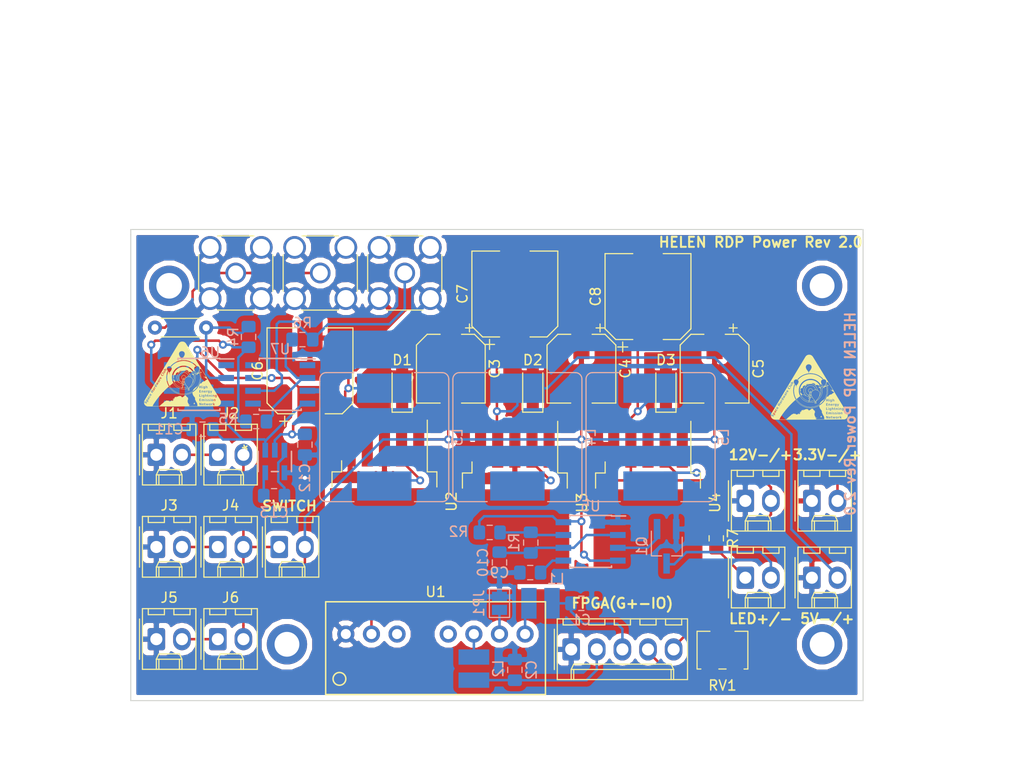
<source format=kicad_pcb>
(kicad_pcb (version 20171130) (host pcbnew 5.1.0)
  (title_block (title "Radiation Detection Payload Power PCB") (date 2019-02-04) (rev 2) (company "SHC - HELEN") (comment 1 "Designed by Cory Wolfe"))
  (layers (0 F.Cu signal) (31 B.Cu signal) (34 B.Paste user) (35 F.Paste user) (36 B.SilkS user) (37 F.SilkS user) (38 B.Mask user) (39 F.Mask user) (44 Edge.Cuts user))
  (net 0 "")
  (net 1 /-15V)
  (net 2 GND)
  (net 3 /+15V)
  (net 4 /POWR)
  (net 5 /+3.3V)
  (net 6 /+5V)
  (net 7 /+12V)
  (net 8 "Net-(C9-Pad1)")
  (net 9 /THR)
  (net 10 "Net-(D1-Pad1)")
  (net 11 "Net-(D2-Pad1)")
  (net 12 "Net-(D3-Pad1)")
  (net 13 "Net-(J1-Pad2)")
  (net 14 +BATT)
  (net 15 "Net-(J3-Pad2)")
  (net 16 "Net-(J5-Pad2)")
  (net 17 /C_in)
  (net 18 /C_out)
  (net 19 /FAA_GND)
  (net 20 "Net-(JP1-Pad1)")
  (net 21 "Net-(L1-Pad1)")
  (net 22 "Net-(L2-Pad1)")
  (net 23 /FAA_SIG)
  (net 24 "Net-(R1-Pad1)")
  (net 25 "Net-(U1-Pad3)")
  (net 26 "Net-(U1-Pad5)")
  (net 27 /ADC1)
  (net 28 /ADC2)
  (net 29 "Net-(R3-Pad1)")
  (net 30 "Net-(R4-Pad1)")
  (net 31 "Net-(R5-Pad1)")
  (net 32 "Net-(J11-Pad1)")
  (net 33 "Net-(U6-Pad8)")
  (net 34 "Net-(U6-Pad5)")
  (net 35 "Net-(U6-Pad1)")
  (net 36 "Net-(U7-Pad1)")
  (net 37 "Net-(U7-Pad5)")
  (net 38 "Net-(U7-Pad8)")
  (net 39 /-3.3V)
  (net 40 "Net-(C13-Pad1)")
  (net 41 "Net-(C13-Pad2)")
  (module rdplibs:HELENlogo_large (layer F.Cu) (at 88.95 59.4)
    (fp_text reference G*** hide)
    (fp_text value LOGO hide)
  )
  (module Capacitor_SMD:C_0805_2012Metric_Pad1.15x1.40mm_HandSolder (layer B.Cu) (at 128.515 82.296)
    (fp_text reference C1 (at 0 1.65) (layer B.SilkS) (effects (justify mirror)))
    (fp_text value "1 uF")
    (pad 1 smd roundrect (at -1.025 0) (size 1.15 1.4) (layers B.Cu B.Paste B.Mask) (roundrect_rratio 0.217391) (net 1 /-15V))
    (pad 2 smd roundrect (at 1.025 0) (size 1.15 1.4) (layers B.Cu B.Paste B.Mask) (roundrect_rratio 0.217391) (net 2 GND))
  )
  (module Capacitor_SMD:C_0805_2012Metric_Pad1.15x1.40mm_HandSolder (layer B.Cu) (at 121.92 88.9 90)
    (fp_text reference C2 (at 0 1.65 90) (layer B.SilkS) (effects (justify mirror)))
    (fp_text value "1 uF")
    (pad 1 smd roundrect (at -1.025 0 90) (size 1.15 1.4) (layers B.Cu B.Paste B.Mask) (roundrect_rratio 0.217391) (net 3 /+15V))
    (pad 2 smd roundrect (at 1.025 0 90) (size 1.15 1.4) (layers B.Cu B.Paste B.Mask) (roundrect_rratio 0.217391) (net 2 GND))
  )
  (module Capacitor_SMD:C_0805_2012Metric_Pad1.15x1.40mm_HandSolder (layer B.Cu) (at 123.444 79.248 180)
    (fp_text reference C9 (at 3.048 0 180) (layer B.SilkS) (effects (justify mirror)))
    (fp_text value ".01 uF")
    (pad 2 smd roundrect (at 1.025 0 180) (size 1.15 1.4) (layers B.Cu B.Paste B.Mask) (roundrect_rratio 0.217391) (net 2 GND))
    (pad 1 smd roundrect (at -1.025 0 180) (size 1.15 1.4) (layers B.Cu B.Paste B.Mask) (roundrect_rratio 0.217391) (net 8 "Net-(C9-Pad1)"))
  )
  (module Capacitor_SMD:C_0805_2012Metric_Pad1.15x1.40mm_HandSolder (layer B.Cu) (at 120.396 78.241 270)
    (fp_text reference C10 (at 0 1.65 270) (layer B.SilkS) (effects (justify mirror)))
    (fp_text value "47 uF")
    (pad 2 smd roundrect (at 1.025 0 270) (size 1.15 1.4) (layers B.Cu B.Paste B.Mask) (roundrect_rratio 0.217391) (net 2 GND))
    (pad 1 smd roundrect (at -1.025 0 270) (size 1.15 1.4) (layers B.Cu B.Paste B.Mask) (roundrect_rratio 0.217391) (net 9 /THR))
  )
  (module Connector_Molex:Molex_KK-254_AE-6410-02A_1x02_P2.54mm_Vertical (layer F.Cu) (at 86.36 67.564)
    (fp_text reference J1 (at 1.27 -4.12) (layer F.SilkS))
    (fp_text value Conn_01x02_Male)
    (pad 1 thru_hole roundrect (at 0 0) (size 1.74 2.2) (drill 1.2) (layers *.Cu *.Mask) (roundrect_rratio 0.143678) (net 2 GND))
    (pad 2 thru_hole oval (at 2.54 0) (size 1.74 2.2) (drill 1.2) (layers *.Cu *.Mask) (net 13 "Net-(J1-Pad2)"))
  )
  (module Connector_Molex:Molex_KK-254_AE-6410-02A_1x02_P2.54mm_Vertical (layer F.Cu) (at 92.456 67.564)
    (fp_text reference J2 (at 1.27 -4.12) (layer F.SilkS))
    (fp_text value Conn_01x02_Male)
    (pad 1 thru_hole roundrect (at 0 0) (size 1.74 2.2) (drill 1.2) (layers *.Cu *.Mask) (roundrect_rratio 0.143678) (net 13 "Net-(J1-Pad2)"))
    (pad 2 thru_hole oval (at 2.54 0) (size 1.74 2.2) (drill 1.2) (layers *.Cu *.Mask) (net 14 +BATT))
  )
  (module Connector_Molex:Molex_KK-254_AE-6410-02A_1x02_P2.54mm_Vertical (layer F.Cu) (at 86.36 76.708)
    (fp_text reference J3 (at 1.27 -4.12) (layer F.SilkS))
    (fp_text value Conn_01x02_Male)
    (pad 2 thru_hole oval (at 2.54 0) (size 1.74 2.2) (drill 1.2) (layers *.Cu *.Mask) (net 15 "Net-(J3-Pad2)"))
    (pad 1 thru_hole roundrect (at 0 0) (size 1.74 2.2) (drill 1.2) (layers *.Cu *.Mask) (roundrect_rratio 0.143678) (net 2 GND))
  )
  (module Connector_Molex:Molex_KK-254_AE-6410-02A_1x02_P2.54mm_Vertical (layer F.Cu) (at 92.456 76.708)
    (fp_text reference J4 (at 1.27 -4.12) (layer F.SilkS))
    (fp_text value Conn_01x02_Male)
    (pad 1 thru_hole roundrect (at 0 0) (size 1.74 2.2) (drill 1.2) (layers *.Cu *.Mask) (roundrect_rratio 0.143678) (net 15 "Net-(J3-Pad2)"))
    (pad 2 thru_hole oval (at 2.54 0) (size 1.74 2.2) (drill 1.2) (layers *.Cu *.Mask) (net 14 +BATT))
  )
  (module Connector_Molex:Molex_KK-254_AE-6410-02A_1x02_P2.54mm_Vertical (layer F.Cu) (at 86.36 85.852)
    (fp_text reference J5 (at 1.27 -4.12) (layer F.SilkS))
    (fp_text value Conn_01x02_Male)
    (pad 2 thru_hole oval (at 2.54 0) (size 1.74 2.2) (drill 1.2) (layers *.Cu *.Mask) (net 16 "Net-(J5-Pad2)"))
    (pad 1 thru_hole roundrect (at 0 0) (size 1.74 2.2) (drill 1.2) (layers *.Cu *.Mask) (roundrect_rratio 0.143678) (net 2 GND))
  )
  (module Connector_Molex:Molex_KK-254_AE-6410-02A_1x02_P2.54mm_Vertical (layer F.Cu) (at 92.456 85.852)
    (fp_text reference J6 (at 1.27 -4.12) (layer F.SilkS))
    (fp_text value Conn_01x02_Male)
    (pad 2 thru_hole oval (at 2.54 0) (size 1.74 2.2) (drill 1.2) (layers *.Cu *.Mask) (net 14 +BATT))
    (pad 1 thru_hole roundrect (at 0 0) (size 1.74 2.2) (drill 1.2) (layers *.Cu *.Mask) (roundrect_rratio 0.143678) (net 16 "Net-(J5-Pad2)"))
  )
  (module Connector_Molex:Molex_KK-254_AE-6410-02A_1x02_P2.54mm_Vertical (layer F.Cu) (at 151.384 72.136)
    (fp_text reference J7 hide)
    (fp_text value 3.3V)
    (pad 2 thru_hole oval (at 2.54 0) (size 1.74 2.2) (drill 1.2) (layers *.Cu *.Mask) (net 5 /+3.3V))
    (pad 1 thru_hole roundrect (at 0 0) (size 1.74 2.2) (drill 1.2) (layers *.Cu *.Mask) (roundrect_rratio 0.143678) (net 2 GND))
  )
  (module Connector_Molex:Molex_KK-254_AE-6410-02A_1x02_P2.54mm_Vertical (layer F.Cu) (at 151.384 79.756)
    (fp_text reference J8 hide)
    (fp_text value 5V)
    (pad 1 thru_hole roundrect (at 0 0) (size 1.74 2.2) (drill 1.2) (layers *.Cu *.Mask) (roundrect_rratio 0.143678) (net 2 GND))
    (pad 2 thru_hole oval (at 2.54 0) (size 1.74 2.2) (drill 1.2) (layers *.Cu *.Mask) (net 6 /+5V))
  )
  (module Connector_Molex:Molex_KK-254_AE-6410-02A_1x02_P2.54mm_Vertical (layer F.Cu) (at 144.78 72.136)
    (fp_text reference J9 hide)
    (fp_text value 12V)
    (pad 1 thru_hole roundrect (at 0 0) (size 1.74 2.2) (drill 1.2) (layers *.Cu *.Mask) (roundrect_rratio 0.143678) (net 2 GND))
    (pad 2 thru_hole oval (at 2.54 0) (size 1.74 2.2) (drill 1.2) (layers *.Cu *.Mask) (net 7 /+12V))
  )
  (module Connector_Molex:Molex_KK-254_AE-6410-05A_1x05_P2.54mm_Vertical (layer F.Cu) (at 127.508 86.868)
    (fp_text reference J10 hide)
    (fp_text value SOCKET)
    (pad 1 thru_hole roundrect (at 0 0) (size 1.74 2.2) (drill 1.2) (layers *.Cu *.Mask) (roundrect_rratio 0.143678) (net 2 GND))
    (pad 2 thru_hole oval (at 2.54 0) (size 1.74 2.2) (drill 1.2) (layers *.Cu *.Mask) (net 3 /+15V))
    (pad 3 thru_hole oval (at 5.08 0) (size 1.74 2.2) (drill 1.2) (layers *.Cu *.Mask) (net 1 /-15V))
    (pad 4 thru_hole oval (at 7.62 0) (size 1.74 2.2) (drill 1.2) (layers *.Cu *.Mask) (net 17 /C_in))
    (pad 5 thru_hole oval (at 10.16 0) (size 1.74 2.2) (drill 1.2) (layers *.Cu *.Mask) (net 18 /C_out))
  )
  (module Connector_Molex:Molex_KK-254_AE-6410-02A_1x02_P2.54mm_Vertical (layer F.Cu) (at 144.78 79.756)
    (fp_text reference J11 hide)
    (fp_text value "FAA LED")
    (pad 1 thru_hole roundrect (at 0 0) (size 1.74 2.2) (drill 1.2) (layers *.Cu *.Mask) (roundrect_rratio 0.143678) (net 32 "Net-(J11-Pad1)"))
    (pad 2 thru_hole oval (at 2.54 0) (size 1.74 2.2) (drill 1.2) (layers *.Cu *.Mask) (net 19 /FAA_GND))
  )
  (module Connector_Molex:Molex_KK-254_AE-6410-02A_1x02_P2.54mm_Vertical (layer F.Cu) (at 98.552 76.708)
    (fp_text reference J12 hide)
    (fp_text value Switch)
    (pad 2 thru_hole oval (at 2.54 0) (size 1.74 2.2) (drill 1.2) (layers *.Cu *.Mask) (net 4 /POWR))
    (pad 1 thru_hole roundrect (at 0 0) (size 1.74 2.2) (drill 1.2) (layers *.Cu *.Mask) (roundrect_rratio 0.143678) (net 14 +BATT))
  )
  (module Jumper:SolderJumper-2_P1.3mm_Open_Pad1.0x1.5mm (layer B.Cu) (at 120.396 82.296 90)
    (fp_text reference JP1 (at 0 -2.032 90) (layer B.SilkS) (effects (justify mirror)))
    (fp_text value Jumper)
    (pad 2 smd rect (at 0.65 0 90) (size 1 1.5) (layers B.Cu B.Mask) (net 2 GND))
    (pad 1 smd rect (at -0.65 0 90) (size 1 1.5) (layers B.Cu B.Mask) (net 20 "Net-(JP1-Pad1)"))
  )
  (module "rdplibs:Murata 8200" (layer B.Cu) (at 124.46 82.296)
    (fp_text reference L1 (at 1.524 -2.413) (layer B.SilkS) (effects (justify mirror)))
    (fp_text value "47 uH")
    (pad 2 smd rect (at 1.145 0) (size 1.52 3.05) (layers B.Cu B.Paste B.Mask) (net 1 /-15V))
    (pad 1 smd rect (at -1.145 0) (size 1.52 3.05) (layers B.Cu B.Paste B.Mask) (net 21 "Net-(L1-Pad1)"))
  )
  (module "rdplibs:Murata 8200" (layer B.Cu) (at 117.856 88.771 270)
    (fp_text reference L2 (at 0 -2.413 270) (layer B.SilkS) (effects (justify mirror)))
    (fp_text value "47 uH")
    (pad 1 smd rect (at -1.145 0 270) (size 1.52 3.05) (layers B.Cu B.Paste B.Mask) (net 22 "Net-(L2-Pad1)"))
    (pad 2 smd rect (at 1.145 0 270) (size 1.52 3.05) (layers B.Cu B.Paste B.Mask) (net 3 /+15V))
  )
  (module Package_TO_SOT_SMD:TSOT-23_HandSoldering (layer B.Cu) (at 136.972 76.64 270)
    (fp_text reference Q1 (at 0 2.45 270) (layer B.SilkS) (effects (justify mirror)))
    (fp_text value NTR4003NT1G)
    (pad 1 smd rect (at -1.71 0.95 270) (size 2 0.65) (layers B.Cu B.Paste B.Mask) (net 23 /FAA_SIG))
    (pad 2 smd rect (at -1.71 -0.95 270) (size 2 0.65) (layers B.Cu B.Paste B.Mask) (net 2 GND))
    (pad 3 smd rect (at 1.71 0 270) (size 2 0.65) (layers B.Cu B.Paste B.Mask) (net 19 /FAA_GND))
  )
  (module Resistor_SMD:R_0805_2012Metric_Pad1.15x1.40mm_HandSolder (layer B.Cu) (at 123.497448 76.273319 270)
    (fp_text reference R1 (at 0 1.65 270) (layer B.SilkS) (effects (justify mirror)))
    (fp_text value 3k)
    (pad 1 smd roundrect (at -1.025 0 270) (size 1.15 1.4) (layers B.Cu B.Paste B.Mask) (roundrect_rratio 0.217391) (net 24 "Net-(R1-Pad1)"))
    (pad 2 smd roundrect (at 1.025 0 270) (size 1.15 1.4) (layers B.Cu B.Paste B.Mask) (roundrect_rratio 0.217391) (net 9 /THR))
  )
  (module Resistor_SMD:R_0805_2012Metric_Pad1.15x1.40mm_HandSolder (layer B.Cu) (at 119.424448 75.266319)
    (fp_text reference R2 (at -3.092448 -0.082319) (layer B.SilkS) (effects (justify mirror)))
    (fp_text value 24k)
    (pad 2 smd roundrect (at 1.025 0) (size 1.15 1.4) (layers B.Cu B.Paste B.Mask) (roundrect_rratio 0.217391) (net 24 "Net-(R1-Pad1)"))
    (pad 1 smd roundrect (at -1.025 0) (size 1.15 1.4) (layers B.Cu B.Paste B.Mask) (roundrect_rratio 0.217391) (net 7 /+12V))
  )
  (module Potentiometer_SMD:Potentiometer_Bourns_3214W_Vertical (layer F.Cu) (at 142.514 86.942 180)
    (fp_text reference RV1 (at 0 -3.5 180) (layer F.SilkS))
    (fp_text value R_POT)
    (pad 1 smd rect (at 1.25 -1.45 180) (size 1.3 1.6) (layers F.Cu F.Paste F.Mask) (net 17 /C_in))
    (pad 2 smd rect (at 0 1.45 180) (size 2 1.6) (layers F.Cu F.Paste F.Mask) (net 18 /C_out))
    (pad 3 smd rect (at -1.25 -1.45 180) (size 1.3 1.6) (layers F.Cu F.Paste F.Mask) (net 2 GND))
  )
  (module PowerRDP:Recom_RS3 (layer F.Cu) (at 114.056 86.744)
    (fp_text reference U1 (at 0 -5.588) (layer F.SilkS))
    (fp_text value Recom_RS3)
    (pad 1 thru_hole circle (at -8.9 -1.4) (size 1.7 1.7) (drill 1) (layers *.Cu *.Mask) (net 2 GND))
    (pad 2 thru_hole circle (at -6.36 -1.4) (size 1.7 1.7) (drill 1) (layers *.Cu *.Mask) (net 4 /POWR))
    (pad 3 thru_hole circle (at -3.82 -1.4) (size 1.7 1.7) (drill 1) (layers *.Cu *.Mask) (net 25 "Net-(U1-Pad3)"))
    (pad 5 thru_hole circle (at 1.26 -1.4) (size 1.7 1.7) (drill 1) (layers *.Cu *.Mask) (net 26 "Net-(U1-Pad5)"))
    (pad 6 thru_hole circle (at 3.8 -1.4) (size 1.7 1.7) (drill 1) (layers *.Cu *.Mask) (net 22 "Net-(L2-Pad1)"))
    (pad 7 thru_hole circle (at 6.34 -1.4) (size 1.7 1.7) (drill 1) (layers *.Cu *.Mask) (net 20 "Net-(JP1-Pad1)"))
    (pad 8 thru_hole circle (at 8.88 -1.4) (size 1.7 1.7) (drill 1) (layers *.Cu *.Mask) (net 21 "Net-(L1-Pad1)"))
  )
  (module Package_TO_SOT_SMD:TO-263-5_TabPin3 (layer F.Cu) (at 108.985 72.202 270)
    (fp_text reference U2 (at 0 -6.65 270) (layer F.SilkS))
    (fp_text value LM2575-3.3BU)
    (pad 3 smd rect (at 3.375 0 270) (size 9.4 10.8) (layers F.Cu F.Mask) (net 2 GND))
    (pad 5 smd rect (at -5.775 3.4 270) (size 4.6 1.1) (layers F.Cu F.Paste F.Mask) (net 2 GND))
    (pad 4 smd rect (at -5.775 1.7 270) (size 4.6 1.1) (layers F.Cu F.Paste F.Mask) (net 5 /+3.3V))
    (pad 3 smd rect (at -5.775 0 270) (size 4.6 1.1) (layers F.Cu F.Paste F.Mask) (net 2 GND))
    (pad 2 smd rect (at -5.775 -1.7 270) (size 4.6 1.1) (layers F.Cu F.Paste F.Mask) (net 10 "Net-(D1-Pad1)"))
    (pad 1 smd rect (at -5.775 -3.4 270) (size 4.6 1.1) (layers F.Cu F.Paste F.Mask) (net 4 /POWR))
  )
  (module Package_TO_SOT_SMD:TO-263-5_TabPin3 (layer F.Cu) (at 121.92 72.317 270)
    (fp_text reference U3 (at 0 -6.65 270) (layer F.SilkS))
    (fp_text value LM2575-5.0BU)
    (pad 1 smd rect (at -5.775 -3.4 270) (size 4.6 1.1) (layers F.Cu F.Paste F.Mask) (net 4 /POWR))
    (pad 2 smd rect (at -5.775 -1.7 270) (size 4.6 1.1) (layers F.Cu F.Paste F.Mask) (net 11 "Net-(D2-Pad1)"))
    (pad 3 smd rect (at -5.775 0 270) (size 4.6 1.1) (layers F.Cu F.Paste F.Mask) (net 2 GND))
    (pad 4 smd rect (at -5.775 1.7 270) (size 4.6 1.1) (layers F.Cu F.Paste F.Mask) (net 6 /+5V))
    (pad 5 smd rect (at -5.775 3.4 270) (size 4.6 1.1) (layers F.Cu F.Paste F.Mask) (net 2 GND))
    (pad 3 smd rect (at 3.375 0 270) (size 9.4 10.8) (layers F.Cu F.Mask) (net 2 GND))
  )
  (module Package_TO_SOT_SMD:TO-263-5_TabPin3 (layer F.Cu) (at 135.128 72.317 270)
    (fp_text reference U4 (at 0 -6.65 270) (layer F.SilkS))
    (fp_text value LM2575-12BU)
    (pad 1 smd rect (at -5.775 -3.4 270) (size 4.6 1.1) (layers F.Cu F.Paste F.Mask) (net 4 /POWR))
    (pad 2 smd rect (at -5.775 -1.7 270) (size 4.6 1.1) (layers F.Cu F.Paste F.Mask) (net 12 "Net-(D3-Pad1)"))
    (pad 3 smd rect (at -5.775 0 270) (size 4.6 1.1) (layers F.Cu F.Paste F.Mask) (net 2 GND))
    (pad 4 smd rect (at -5.775 1.7 270) (size 4.6 1.1) (layers F.Cu F.Paste F.Mask) (net 7 /+12V))
    (pad 5 smd rect (at -5.775 3.4 270) (size 4.6 1.1) (layers F.Cu F.Paste F.Mask) (net 2 GND))
    (pad 3 smd rect (at 3.375 0 270) (size 9.4 10.8) (layers F.Cu F.Mask) (net 2 GND))
  )
  (module Package_SO:SOIC-8_3.9x4.9mm_P1.27mm (layer B.Cu) (at 129.433448 76.155319 180)
    (fp_text reference U5 (at 0 3.5 180) (layer B.SilkS) (effects (justify mirror)))
    (fp_text value TS555)
    (pad 1 smd rect (at -2.7 1.905 180) (size 1.55 0.6) (layers B.Cu B.Paste B.Mask) (net 2 GND))
    (pad 2 smd rect (at -2.7 0.635 180) (size 1.55 0.6) (layers B.Cu B.Paste B.Mask) (net 9 /THR))
    (pad 3 smd rect (at -2.7 -0.635 180) (size 1.55 0.6) (layers B.Cu B.Paste B.Mask) (net 23 /FAA_SIG))
    (pad 4 smd rect (at -2.7 -1.905 180) (size 1.55 0.6) (layers B.Cu B.Paste B.Mask) (net 7 /+12V))
    (pad 5 smd rect (at 2.7 -1.905 180) (size 1.55 0.6) (layers B.Cu B.Paste B.Mask) (net 8 "Net-(C9-Pad1)"))
    (pad 6 smd rect (at 2.7 -0.635 180) (size 1.55 0.6) (layers B.Cu B.Paste B.Mask) (net 9 /THR))
    (pad 7 smd rect (at 2.7 0.635 180) (size 1.55 0.6) (layers B.Cu B.Paste B.Mask) (net 24 "Net-(R1-Pad1)"))
    (pad 8 smd rect (at 2.7 1.905 180) (size 1.55 0.6) (layers B.Cu B.Paste B.Mask) (net 7 /+12V))
  )
  (module rdplibs:HELENlogo_large (layer F.Cu) (at 151.13 60.706)
    (fp_text reference G*** hide)
    (fp_text value LOGO hide)
  )
  (module Diode_SMD:D_SOD-123 (layer F.Cu) (at 110.744 61.088 90)
    (fp_text reference D1 (at 2.922 0 180) (layer F.SilkS))
    (fp_text value 1N5819)
    (pad 1 smd rect (at -1.65 0 90) (size 0.9 1.2) (layers F.Cu F.Paste F.Mask) (net 10 "Net-(D1-Pad1)"))
    (pad 2 smd rect (at 1.65 0 90) (size 0.9 1.2) (layers F.Cu F.Paste F.Mask) (net 2 GND))
  )
  (module Diode_SMD:D_SOD-123 (layer F.Cu) (at 123.698 61.086 90)
    (fp_text reference D2 (at 2.92 0 180) (layer F.SilkS))
    (fp_text value 1N5819)
    (pad 2 smd rect (at 1.65 0 90) (size 0.9 1.2) (layers F.Cu F.Paste F.Mask) (net 2 GND))
    (pad 1 smd rect (at -1.65 0 90) (size 0.9 1.2) (layers F.Cu F.Paste F.Mask) (net 11 "Net-(D2-Pad1)"))
  )
  (module Diode_SMD:D_SOD-123 (layer F.Cu) (at 136.906 61.088 90)
    (fp_text reference D3 (at 2.92 0 180) (layer F.SilkS))
    (fp_text value 1N5819)
    (pad 1 smd rect (at -1.65 0 90) (size 0.9 1.2) (layers F.Cu F.Paste F.Mask) (net 12 "Net-(D3-Pad1)"))
    (pad 2 smd rect (at 1.65 0 90) (size 0.9 1.2) (layers F.Cu F.Paste F.Mask) (net 2 GND))
  )
  (module Capacitor_SMD:CP_Elec_6.3x7.7 (layer F.Cu) (at 115.57 59.022 270)
    (fp_text reference C3 (at 0 -4.35 270) (layer F.SilkS))
    (fp_text value 100uF)
    (pad 2 smd rect (at 2.7 0 270) (size 3.5 1.6) (layers F.Cu F.Paste F.Mask) (net 4 /POWR))
    (pad 1 smd rect (at -2.7 0 270) (size 3.5 1.6) (layers F.Cu F.Paste F.Mask) (net 2 GND))
  )
  (module Capacitor_SMD:CP_Elec_6.3x7.7 (layer F.Cu) (at 128.524 59.022 270)
    (fp_text reference C4 (at 0 -4.35 270) (layer F.SilkS))
    (fp_text value 100uF)
    (pad 1 smd rect (at -2.7 0 270) (size 3.5 1.6) (layers F.Cu F.Paste F.Mask) (net 2 GND))
    (pad 2 smd rect (at 2.7 0 270) (size 3.5 1.6) (layers F.Cu F.Paste F.Mask) (net 4 /POWR))
  )
  (module Capacitor_SMD:CP_Elec_6.3x7.7 (layer F.Cu) (at 141.732 59.022 270)
    (fp_text reference C5 (at 0 -4.35 270) (layer F.SilkS))
    (fp_text value 100uF)
    (pad 1 smd rect (at -2.7 0 270) (size 3.5 1.6) (layers F.Cu F.Paste F.Mask) (net 2 GND))
    (pad 2 smd rect (at 2.7 0 270) (size 3.5 1.6) (layers F.Cu F.Paste F.Mask) (net 4 /POWR))
  )
  (module Capacitor_SMD:CP_Elec_8x10 (layer F.Cu) (at 101.6 59.234 90)
    (fp_text reference C6 (at 0 -5.2 90) (layer F.SilkS))
    (fp_text value 330uF)
    (pad 1 smd rect (at -3.25 0 90) (size 3.5 2.5) (layers F.Cu F.Paste F.Mask) (net 5 /+3.3V))
    (pad 2 smd rect (at 3.25 0 90) (size 3.5 2.5) (layers F.Cu F.Paste F.Mask) (net 2 GND))
  )
  (module Capacitor_SMD:CP_Elec_8x10 (layer F.Cu) (at 121.92 51.614 90)
    (fp_text reference C7 (at 0 -5.2 90) (layer F.SilkS))
    (fp_text value 330uF)
    (pad 2 smd rect (at 3.25 0 90) (size 3.5 2.5) (layers F.Cu F.Paste F.Mask) (net 2 GND))
    (pad 1 smd rect (at -3.25 0 90) (size 3.5 2.5) (layers F.Cu F.Paste F.Mask) (net 6 /+5V))
  )
  (module Capacitor_SMD:CP_Elec_8x10 (layer F.Cu) (at 135.128 51.868 90)
    (fp_text reference C8 (at 0 -5.2 90) (layer F.SilkS))
    (fp_text value 330uF)
    (pad 1 smd rect (at -3.25 0 90) (size 3.5 2.5) (layers F.Cu F.Paste F.Mask) (net 7 /+12V))
    (pad 2 smd rect (at 3.25 0 90) (size 3.5 2.5) (layers F.Cu F.Paste F.Mask) (net 2 GND))
  )
  (module Inductor_SMD:L_Bourns_SRR1260 (layer B.Cu) (at 108.966 65.81 90)
    (fp_text reference L3 (at 0 7.25 90) (layer B.SilkS) (effects (justify mirror)))
    (fp_text value 470uH)
    (pad 2 smd rect (at 4.85 0 90) (size 2.9 5.4) (layers B.Cu B.Paste B.Mask) (net 5 /+3.3V))
    (pad 1 smd rect (at -4.85 0 90) (size 2.9 5.4) (layers B.Cu B.Paste B.Mask) (net 10 "Net-(D1-Pad1)"))
  )
  (module Inductor_SMD:L_Bourns_SRR1260 (layer B.Cu) (at 122.174 65.81 90)
    (fp_text reference L4 (at 0 7.25 90) (layer B.SilkS) (effects (justify mirror)))
    (fp_text value 470uH)
    (pad 1 smd rect (at -4.85 0 90) (size 2.9 5.4) (layers B.Cu B.Paste B.Mask) (net 11 "Net-(D2-Pad1)"))
    (pad 2 smd rect (at 4.85 0 90) (size 2.9 5.4) (layers B.Cu B.Paste B.Mask) (net 6 /+5V))
  )
  (module Inductor_SMD:L_Bourns_SRR1260 (layer B.Cu) (at 135.382 65.81 90)
    (fp_text reference L5 (at 0 7.25 90) (layer B.SilkS) (effects (justify mirror)))
    (fp_text value 470uH)
    (pad 2 smd rect (at 4.85 0 90) (size 2.9 5.4) (layers B.Cu B.Paste B.Mask) (net 7 /+12V))
    (pad 1 smd rect (at -4.85 0 90) (size 2.9 5.4) (layers B.Cu B.Paste B.Mask) (net 12 "Net-(D3-Pad1)"))
  )
  (module rdplibs:ScrewHole (layer F.Cu) (at 152.4 86.36)
    (fp_text reference REF** hide)
    (fp_text value ScrewHole)
    (pad "" np_thru_hole circle (at 0 0) (size 4 4) (drill 2.46) (layers *.Cu *.Mask))
  )
  (module rdplibs:ScrewHole (layer F.Cu) (at 99.314 86.36)
    (fp_text reference REF** hide)
    (fp_text value ScrewHole)
    (pad "" np_thru_hole circle (at 0 0) (size 4 4) (drill 2.46) (layers *.Cu *.Mask))
  )
  (module rdplibs:ScrewHole (layer F.Cu) (at 87.63 50.8)
    (fp_text reference REF** hide)
    (fp_text value ScrewHole)
    (pad "" np_thru_hole circle (at 0 0) (size 4 4) (drill 2.54) (layers *.Cu *.Mask))
  )
  (module rdplibs:ScrewHole (layer F.Cu) (at 152.4 50.8)
    (fp_text reference REF** hide)
    (fp_text value ScrewHole)
    (pad "" np_thru_hole circle (at 0 0) (size 4 4) (drill 2.46) (layers *.Cu *.Mask))
  )
  (module Connector_Coaxial:SMA_Amphenol_132134_Vertical (layer F.Cu) (at 94.234 49.53)
    (fp_text reference J13 hide)
    (fp_text value Conn_Coaxial)
    (pad 1 thru_hole circle (at 0 0) (size 2.05 2.05) (drill 1.5) (layers *.Cu *.Mask) (net 27 /ADC1))
    (pad 2 thru_hole circle (at 2.54 2.54) (size 2.25 2.25) (drill 1.7) (layers *.Cu *.Mask) (net 2 GND))
    (pad 2 thru_hole circle (at 2.54 -2.54) (size 2.25 2.25) (drill 1.7) (layers *.Cu *.Mask) (net 2 GND))
    (pad 2 thru_hole circle (at -2.54 -2.54) (size 2.25 2.25) (drill 1.7) (layers *.Cu *.Mask) (net 2 GND))
    (pad 2 thru_hole circle (at -2.54 2.54) (size 2.25 2.25) (drill 1.7) (layers *.Cu *.Mask) (net 2 GND))
  )
  (module Connector_Coaxial:SMA_Amphenol_132134_Vertical (layer F.Cu) (at 102.616 49.53)
    (fp_text reference J14 hide)
    (fp_text value Conn_Coaxial)
    (pad 2 thru_hole circle (at -2.54 2.54) (size 2.25 2.25) (drill 1.7) (layers *.Cu *.Mask) (net 2 GND))
    (pad 2 thru_hole circle (at -2.54 -2.54) (size 2.25 2.25) (drill 1.7) (layers *.Cu *.Mask) (net 2 GND))
    (pad 2 thru_hole circle (at 2.54 -2.54) (size 2.25 2.25) (drill 1.7) (layers *.Cu *.Mask) (net 2 GND))
    (pad 2 thru_hole circle (at 2.54 2.54) (size 2.25 2.25) (drill 1.7) (layers *.Cu *.Mask) (net 2 GND))
    (pad 1 thru_hole circle (at 0 0) (size 2.05 2.05) (drill 1.5) (layers *.Cu *.Mask) (net 27 /ADC1))
  )
  (module Connector_Coaxial:SMA_Amphenol_132134_Vertical (layer F.Cu) (at 110.998 49.53)
    (fp_text reference J15 hide)
    (fp_text value Conn_Coaxial)
    (pad 1 thru_hole circle (at 0 0) (size 2.05 2.05) (drill 1.5) (layers *.Cu *.Mask) (net 28 /ADC2))
    (pad 2 thru_hole circle (at 2.54 2.54) (size 2.25 2.25) (drill 1.7) (layers *.Cu *.Mask) (net 2 GND))
    (pad 2 thru_hole circle (at 2.54 -2.54) (size 2.25 2.25) (drill 1.7) (layers *.Cu *.Mask) (net 2 GND))
    (pad 2 thru_hole circle (at -2.54 -2.54) (size 2.25 2.25) (drill 1.7) (layers *.Cu *.Mask) (net 2 GND))
    (pad 2 thru_hole circle (at -2.54 2.54) (size 2.25 2.25) (drill 1.7) (layers *.Cu *.Mask) (net 2 GND))
  )
  (module Resistor_SMD:R_0805_2012Metric_Pad1.15x1.40mm_HandSolder (layer B.Cu) (at 95.504 55.871 90)
    (fp_text reference R4 (at 0 -1.524 90) (layer B.SilkS) (effects (justify mirror)))
    (fp_text value 12k)
    (pad 2 smd roundrect (at 1.025 0 90) (size 1.15 1.4) (layers B.Cu B.Paste B.Mask) (roundrect_rratio 0.217391) (net 29 "Net-(R3-Pad1)"))
    (pad 1 smd roundrect (at -1.025 0 90) (size 1.15 1.4) (layers B.Cu B.Paste B.Mask) (roundrect_rratio 0.217391) (net 30 "Net-(R4-Pad1)"))
  )
  (module Resistor_SMD:R_0805_2012Metric_Pad1.15x1.40mm_HandSolder (layer B.Cu) (at 96.257 64.262 180)
    (fp_text reference R5 (at 2.785 0.254 180) (layer B.SilkS) (effects (justify mirror)))
    (fp_text value 12k)
    (pad 2 smd roundrect (at 1.025 0 180) (size 1.15 1.4) (layers B.Cu B.Paste B.Mask) (roundrect_rratio 0.217391) (net 30 "Net-(R4-Pad1)"))
    (pad 1 smd roundrect (at -1.025 0 180) (size 1.15 1.4) (layers B.Cu B.Paste B.Mask) (roundrect_rratio 0.217391) (net 31 "Net-(R5-Pad1)"))
  )
  (module Resistor_SMD:R_0805_2012Metric_Pad1.15x1.40mm_HandSolder (layer B.Cu) (at 100.847 56.134 180)
    (fp_text reference R6 (at 0 1.65 180) (layer B.SilkS) (effects (justify mirror)))
    (fp_text value 12k)
    (pad 1 smd roundrect (at -1.025 0 180) (size 1.15 1.4) (layers B.Cu B.Paste B.Mask) (roundrect_rratio 0.217391) (net 28 /ADC2))
    (pad 2 smd roundrect (at 1.025 0 180) (size 1.15 1.4) (layers B.Cu B.Paste B.Mask) (roundrect_rratio 0.217391) (net 31 "Net-(R5-Pad1)"))
  )
  (module Package_SO:SOIC-8_3.9x4.9mm_P1.27mm (layer B.Cu) (at 90.584 60.579 180)
    (fp_text reference U6 (at -1.11 3.175 180) (layer B.SilkS) (effects (justify mirror)))
    (fp_text value MCP602)
    (pad 8 smd rect (at 2.7 1.905 180) (size 1.55 0.6) (layers B.Cu B.Paste B.Mask) (net 33 "Net-(U6-Pad8)"))
    (pad 7 smd rect (at 2.7 0.635 180) (size 1.55 0.6) (layers B.Cu B.Paste B.Mask) (net 5 /+3.3V))
    (pad 6 smd rect (at 2.7 -0.635 180) (size 1.55 0.6) (layers B.Cu B.Paste B.Mask) (net 30 "Net-(R4-Pad1)"))
    (pad 5 smd rect (at 2.7 -1.905 180) (size 1.55 0.6) (layers B.Cu B.Paste B.Mask) (net 34 "Net-(U6-Pad5)"))
    (pad 4 smd rect (at -2.7 -1.905 180) (size 1.55 0.6) (layers B.Cu B.Paste B.Mask) (net 39 /-3.3V))
    (pad 3 smd rect (at -2.7 -0.635 180) (size 1.55 0.6) (layers B.Cu B.Paste B.Mask) (net 2 GND))
    (pad 2 smd rect (at -2.7 0.635 180) (size 1.55 0.6) (layers B.Cu B.Paste B.Mask) (net 29 "Net-(R3-Pad1)"))
    (pad 1 smd rect (at -2.7 1.905 180) (size 1.55 0.6) (layers B.Cu B.Paste B.Mask) (net 35 "Net-(U6-Pad1)"))
  )
  (module Package_SO:SOIC-8_3.9x4.9mm_P1.27mm (layer B.Cu) (at 98.646 60.579 180)
    (fp_text reference U7 (at 0 3.5 180) (layer B.SilkS) (effects (justify mirror)))
    (fp_text value MCP602)
    (pad 1 smd rect (at -2.7 1.905 180) (size 1.55 0.6) (layers B.Cu B.Paste B.Mask) (net 36 "Net-(U7-Pad1)"))
    (pad 2 smd rect (at -2.7 0.635 180) (size 1.55 0.6) (layers B.Cu B.Paste B.Mask) (net 31 "Net-(R5-Pad1)"))
    (pad 3 smd rect (at -2.7 -0.635 180) (size 1.55 0.6) (layers B.Cu B.Paste B.Mask) (net 2 GND))
    (pad 4 smd rect (at -2.7 -1.905 180) (size 1.55 0.6) (layers B.Cu B.Paste B.Mask) (net 39 /-3.3V))
    (pad 5 smd rect (at 2.7 -1.905 180) (size 1.55 0.6) (layers B.Cu B.Paste B.Mask) (net 37 "Net-(U7-Pad5)"))
    (pad 6 smd rect (at 2.7 -0.635 180) (size 1.55 0.6) (layers B.Cu B.Paste B.Mask) (net 28 /ADC2))
    (pad 7 smd rect (at 2.7 0.635 180) (size 1.55 0.6) (layers B.Cu B.Paste B.Mask) (net 5 /+3.3V))
    (pad 8 smd rect (at 2.7 1.905 180) (size 1.55 0.6) (layers B.Cu B.Paste B.Mask) (net 38 "Net-(U7-Pad8)"))
  )
  (module Resistor_SMD:R_0805_2012Metric_Pad1.15x1.40mm_HandSolder (layer F.Cu) (at 141.9 75.85 270)
    (fp_text reference R7 (at 0 -1.65 270) (layer F.SilkS))
    (fp_text value 15)
    (pad 1 smd roundrect (at -1.025 0 270) (size 1.15 1.4) (layers F.Cu F.Paste F.Mask) (roundrect_rratio 0.217391) (net 7 /+12V))
    (pad 2 smd roundrect (at 1.025 0 270) (size 1.15 1.4) (layers F.Cu F.Paste F.Mask) (roundrect_rratio 0.217391) (net 32 "Net-(J11-Pad1)"))
  )
  (module Resistor_THT:R_Axial_DIN0204_L3.6mm_D1.6mm_P5.08mm_Horizontal (layer F.Cu) (at 91.3 54.95 180)
    (fp_text reference R3 hide)
    (fp_text value 1k)
    (pad 1 thru_hole circle (at 0 0 180) (size 1.4 1.4) (drill 0.7) (layers *.Cu *.Mask) (net 29 "Net-(R3-Pad1)"))
    (pad 2 thru_hole oval (at 5.08 0 180) (size 1.4 1.4) (drill 0.7) (layers *.Cu *.Mask) (net 27 /ADC1))
  )
  (module Capacitor_SMD:C_0805_2012Metric_Pad1.15x1.40mm_HandSolder (layer B.Cu) (at 90.941 65.024)
    (fp_text reference C11 (at -3.311 0) (layer B.SilkS) (effects (justify mirror)))
    (fp_text value 1uF)
    (pad 2 smd roundrect (at 1.025 0) (size 1.15 1.4) (layers B.Cu B.Paste B.Mask) (roundrect_rratio 0.217391) (net 39 /-3.3V))
    (pad 1 smd roundrect (at -1.025 0) (size 1.15 1.4) (layers B.Cu B.Paste B.Mask) (roundrect_rratio 0.217391) (net 2 GND))
  )
  (module Capacitor_SMD:C_0805_2012Metric_Pad1.15x1.40mm_HandSolder (layer B.Cu) (at 101.092 66.557 270)
    (fp_text reference C12 (at 3.293 0 270) (layer B.SilkS) (effects (justify mirror)))
    (fp_text value 1uF)
    (pad 1 smd roundrect (at -1.025 0 270) (size 1.15 1.4) (layers B.Cu B.Paste B.Mask) (roundrect_rratio 0.217391) (net 5 /+3.3V))
    (pad 2 smd roundrect (at 1.025 0 270) (size 1.15 1.4) (layers B.Cu B.Paste B.Mask) (roundrect_rratio 0.217391) (net 2 GND))
  )
  (module Capacitor_SMD:C_0805_2012Metric_Pad1.15x1.40mm_HandSolder (layer B.Cu) (at 98.035 71.628)
    (fp_text reference C13 (at 0 1.65) (layer B.SilkS) (effects (justify mirror)))
    (fp_text value 1uF)
    (pad 1 smd roundrect (at -1.025 0) (size 1.15 1.4) (layers B.Cu B.Paste B.Mask) (roundrect_rratio 0.217391) (net 40 "Net-(C13-Pad1)"))
    (pad 2 smd roundrect (at 1.025 0) (size 1.15 1.4) (layers B.Cu B.Paste B.Mask) (roundrect_rratio 0.217391) (net 41 "Net-(C13-Pad2)"))
  )
  (module footprints:TPS60400DBVR (layer B.Cu) (at 98.109999 68.2244 270)
    (fp_text reference U8 hide)
    (fp_text value TPS60400DBVR hide)
    (fp_text user * (at -1.3716 2.6518 270) (layer F.SilkS))
    (pad 1 smd rect (at -1.1176 0.950001 270) (size 1.4732 0.5588) (layers B.Cu B.Paste B.Mask) (net 39 /-3.3V))
    (pad 2 smd rect (at -1.1176 0 270) (size 1.4732 0.5588) (layers B.Cu B.Paste B.Mask) (net 5 /+3.3V))
    (pad 3 smd rect (at -1.1176 -0.950001 270) (size 1.4732 0.5588) (layers B.Cu B.Paste B.Mask) (net 41 "Net-(C13-Pad2)"))
    (pad 4 smd rect (at 1.1176 -0.950001 270) (size 1.4732 0.5588) (layers B.Cu B.Paste B.Mask) (net 2 GND))
    (pad 5 smd rect (at 1.1176 0.950001 270) (size 1.4732 0.5588) (layers B.Cu B.Paste B.Mask) (net 40 "Net-(C13-Pad1)"))
  )
  (gr_text "HELEN RDP Power Rev 2.0" (at 155.194 63.5 90) (layer B.SilkS) (effects (font (size 1 1) (thickness 0.2)) (justify mirror)))
  (gr_line (start 156.464 45.212) (end 156.464 45.72) (layer Edge.Cuts) (width 0.1))
  (gr_line (start 83.82 45.212) (end 83.82 45.72) (layer Edge.Cuts) (width 0.1))
  (gr_line (start 156.464 45.72) (end 156.464 55.88) (layer Edge.Cuts) (width 0.1))
  (gr_line (start 83.82 45.212) (end 156.464 45.212) (layer Edge.Cuts) (width 0.1))
  (gr_line (start 83.82 55.88) (end 83.82 45.72) (layer Edge.Cuts) (width 0.1))
  (gr_text SWITCH (at 99.568 72.644) (layer F.SilkS) (effects (font (size 1 1) (thickness 0.2))))
  (gr_line (start 83.82 91.948) (end 83.82 55.88) (layer Edge.Cuts) (width 0.1))
  (gr_line (start 156.464 91.948) (end 83.82 91.948) (layer Edge.Cuts) (width 0.1))
  (gr_line (start 156.464 55.88) (end 156.464 91.948) (layer Edge.Cuts) (width 0.1))
  (gr_text "FPGA(G+-IO)" (at 132.588 82.296) (layer F.SilkS) (effects (font (size 1 1) (thickness 0.2))))
  (gr_text 12V-/+ (at 146.304 67.564) (layer F.SilkS) (effects (font (size 1 1) (thickness 0.2))))
  (gr_text 3.3V-/+ (at 152.908 67.564) (layer F.SilkS) (effects (font (size 1 1) (thickness 0.2))))
  (gr_text LED+/- (at 146.304 83.82) (layer F.SilkS) (effects (font (size 1 1) (thickness 0.2))))
  (gr_text 5V-/+ (at 152.908 83.82) (layer F.SilkS) (effects (font (size 1 1) (thickness 0.2))))
  (gr_text "HELEN RDP Power Rev 2.0" (at 146.304 46.482) (layer F.SilkS) (effects (font (size 1 1) (thickness 0.2))))
  (segment (start 125.605 82.296) (end 127.49 82.296) (width 0.25) (layer B.Cu) (net 1))
  (segment (start 132.588 84.836) (end 132.588 86.868) (width 0.25) (layer B.Cu) (net 1))
  (segment (start 128.722 84.328) (end 132.08 84.328) (width 0.25) (layer B.Cu) (net 1))
  (segment (start 127.49 82.296) (end 127.49 83.096) (width 0.25) (layer B.Cu) (net 1))
  (segment (start 132.08 84.328) (end 132.588 84.836) (width 0.25) (layer B.Cu) (net 1))
  (segment (start 127.49 83.096) (end 128.722 84.328) (width 0.25) (layer B.Cu) (net 1))
  (via (at 101.092 69.85) (size 0.8) (drill 0.4) (layers F.Cu B.Cu) (net 2))
  (segment (start 121.911 89.916) (end 121.92 89.925) (width 0.25) (layer B.Cu) (net 3))
  (segment (start 117.856 89.916) (end 121.911 89.916) (width 0.25) (layer B.Cu) (net 3))
  (segment (start 129.023 89.925) (end 121.92 89.925) (width 0.25) (layer B.Cu) (net 3))
  (segment (start 130.048 86.868) (end 130.048 88.9) (width 0.25) (layer B.Cu) (net 3))
  (segment (start 130.048 88.9) (end 129.023 89.925) (width 0.25) (layer B.Cu) (net 3))
  (via (at 115.316 66.04) (size 0.8) (drill 0.4) (layers F.Cu B.Cu) (net 4))
  (via (at 115.316 66.04) (size 0.8) (drill 0.4) (layers F.Cu B.Cu) (net 4))
  (segment (start 115.316 66.04) (end 128.524 66.04) (width 0.25) (layer B.Cu) (net 4))
  (via (at 128.524 66.04) (size 0.8) (drill 0.4) (layers F.Cu B.Cu) (net 4))
  (via (at 141.732 66.04) (size 0.8) (drill 0.4) (layers F.Cu B.Cu) (net 4))
  (segment (start 128.524 66.04) (end 141.732 66.04) (width 0.25) (layer B.Cu) (net 4))
  (segment (start 112.772 66.04) (end 112.385 66.427) (width 0.25) (layer F.Cu) (net 4))
  (segment (start 115.316 66.04) (end 112.772 66.04) (width 0.25) (layer F.Cu) (net 4))
  (segment (start 139.03 66.04) (end 138.528 66.542) (width 0.25) (layer F.Cu) (net 4))
  (segment (start 141.732 66.04) (end 139.03 66.04) (width 0.25) (layer F.Cu) (net 4))
  (segment (start 107.696 83.82) (end 107.696 85.344) (width 0.25) (layer F.Cu) (net 4))
  (segment (start 103.632 82.296) (end 106.172 82.296) (width 0.25) (layer F.Cu) (net 4))
  (segment (start 101.092 76.708) (end 101.092 79.756) (width 0.25) (layer F.Cu) (net 4))
  (segment (start 106.172 82.296) (end 107.696 83.82) (width 0.25) (layer F.Cu) (net 4))
  (segment (start 101.092 79.756) (end 103.632 82.296) (width 0.25) (layer F.Cu) (net 4))
  (segment (start 115.316 61.976) (end 115.57 61.722) (width 0.25) (layer F.Cu) (net 4))
  (segment (start 115.316 66.04) (end 115.316 61.976) (width 0.25) (layer F.Cu) (net 4))
  (segment (start 128.524 63.722) (end 128.524 66.04) (width 0.25) (layer F.Cu) (net 4))
  (segment (start 128.524 61.722) (end 128.524 63.722) (width 0.25) (layer F.Cu) (net 4))
  (segment (start 141.732 66.04) (end 141.732 61.722) (width 0.25) (layer F.Cu) (net 4))
  (segment (start 125.822 66.04) (end 125.32 66.542) (width 0.25) (layer F.Cu) (net 4))
  (segment (start 128.524 66.04) (end 125.822 66.04) (width 0.25) (layer F.Cu) (net 4))
  (segment (start 114.750315 66.04) (end 115.316 66.04) (width 0.25) (layer B.Cu) (net 4))
  (segment (start 108.850998 66.04) (end 114.750315 66.04) (width 0.25) (layer B.Cu) (net 4))
  (segment (start 101.092 73.798998) (end 108.850998 66.04) (width 0.25) (layer B.Cu) (net 4))
  (segment (start 101.092 76.708) (end 101.092 73.798998) (width 0.25) (layer B.Cu) (net 4))
  (segment (start 107.285 64.677) (end 107.285 66.427) (width 0.25) (layer F.Cu) (net 5))
  (segment (start 105.092 62.484) (end 107.285 64.677) (width 0.25) (layer F.Cu) (net 5))
  (segment (start 101.6 62.484) (end 105.092 62.484) (width 0.25) (layer F.Cu) (net 5))
  (via (at 105.41 60.96) (size 0.8) (drill 0.4) (layers F.Cu B.Cu) (net 5))
  (segment (start 105.092 62.484) (end 105.092 61.278) (width 0.25) (layer F.Cu) (net 5))
  (segment (start 105.092 61.278) (end 105.41 60.96) (width 0.25) (layer F.Cu) (net 5))
  (segment (start 105.41 60.96) (end 108.966 60.96) (width 0.25) (layer B.Cu) (net 5))
  (segment (start 105.41 59.182) (end 105.41 60.96) (width 0.25) (layer F.Cu) (net 5))
  (segment (start 153.924 67.056) (end 147.32 60.452) (width 0.25) (layer F.Cu) (net 5))
  (segment (start 147.32 52.578) (end 146.05 51.308) (width 0.25) (layer F.Cu) (net 5))
  (segment (start 153.924 72.136) (end 153.924 67.056) (width 0.25) (layer F.Cu) (net 5))
  (segment (start 147.32 60.452) (end 147.32 52.578) (width 0.25) (layer F.Cu) (net 5))
  (segment (start 105.41 59.182) (end 106.172 59.182) (width 0.25) (layer F.Cu) (net 5))
  (segment (start 106.172 59.182) (end 111.506 53.848) (width 0.25) (layer F.Cu) (net 5))
  (segment (start 111.506 53.848) (end 118.11 53.848) (width 0.25) (layer F.Cu) (net 5))
  (segment (start 120.65 51.308) (end 146.05 51.308) (width 0.25) (layer F.Cu) (net 5))
  (segment (start 118.11 53.848) (end 120.65 51.308) (width 0.25) (layer F.Cu) (net 5))
  (via (at 97.79 59.944) (size 0.8) (drill 0.4) (layers F.Cu B.Cu) (net 5))
  (segment (start 101.6 62.484) (end 101.6 61.984) (width 0.25) (layer F.Cu) (net 5))
  (segment (start 99.56 59.944) (end 97.79 59.944) (width 0.25) (layer F.Cu) (net 5))
  (segment (start 101.6 61.984) (end 99.56 59.944) (width 0.25) (layer F.Cu) (net 5))
  (segment (start 97.79 59.944) (end 95.946 59.944) (width 0.25) (layer B.Cu) (net 5))
  (segment (start 97.79 59.944) (end 93.218 59.944) (width 0.25) (layer F.Cu) (net 5))
  (via (at 90.424 57.15) (size 0.8) (drill 0.4) (layers F.Cu B.Cu) (net 5))
  (segment (start 93.218 59.944) (end 90.424 57.15) (width 0.25) (layer F.Cu) (net 5))
  (segment (start 88.359 59.944) (end 87.884 59.944) (width 0.25) (layer B.Cu) (net 5))
  (segment (start 90.424 57.879) (end 88.359 59.944) (width 0.25) (layer B.Cu) (net 5))
  (segment (start 90.424 57.15) (end 90.424 57.879) (width 0.25) (layer B.Cu) (net 5))
  (segment (start 101.6 62.984) (end 101.6 62.484) (width 0.25) (layer F.Cu) (net 5))
  (segment (start 99.930001 64.653999) (end 101.6 62.984) (width 0.25) (layer F.Cu) (net 5))
  (segment (start 98.109999 66.1202) (end 98.109999 67.1068) (width 0.25) (layer B.Cu) (net 5))
  (segment (start 98.698199 65.532) (end 98.109999 66.1202) (width 0.25) (layer B.Cu) (net 5))
  (via (at 99.822 65.532) (size 0.8) (drill 0.4) (layers F.Cu B.Cu) (net 5))
  (segment (start 99.930001 65.423999) (end 99.822 65.532) (width 0.25) (layer F.Cu) (net 5))
  (segment (start 99.930001 64.653999) (end 99.930001 65.423999) (width 0.25) (layer F.Cu) (net 5))
  (segment (start 101.092 65.532) (end 99.822 65.532) (width 0.25) (layer B.Cu) (net 5))
  (segment (start 99.822 65.532) (end 98.698199 65.532) (width 0.25) (layer B.Cu) (net 5))
  (segment (start 120.22 66.542) (end 120.22 68.292) (width 0.25) (layer F.Cu) (net 6))
  (via (at 120.142 63.246) (size 0.8) (drill 0.4) (layers F.Cu B.Cu) (net 6))
  (segment (start 121.588 63.246) (end 120.142 63.246) (width 0.25) (layer B.Cu) (net 6))
  (segment (start 122.174 60.96) (end 122.174 62.66) (width 0.25) (layer B.Cu) (net 6))
  (segment (start 122.174 62.66) (end 121.588 63.246) (width 0.25) (layer B.Cu) (net 6))
  (segment (start 120.142 66.464) (end 120.22 66.542) (width 0.25) (layer F.Cu) (net 6))
  (segment (start 120.142 63.246) (end 120.142 66.464) (width 0.25) (layer F.Cu) (net 6))
  (segment (start 120.42 54.864) (end 121.92 54.864) (width 0.25) (layer F.Cu) (net 6))
  (segment (start 120.142 55.142) (end 120.42 54.864) (width 0.25) (layer F.Cu) (net 6))
  (segment (start 120.142 63.246) (end 120.142 55.142) (width 0.25) (layer F.Cu) (net 6))
  (segment (start 125.124 60.96) (end 128.172 57.912) (width 0.25) (layer B.Cu) (net 6))
  (segment (start 122.174 60.96) (end 125.124 60.96) (width 0.25) (layer B.Cu) (net 6))
  (segment (start 128.172 57.912) (end 141.732 57.912) (width 0.25) (layer B.Cu) (net 6))
  (segment (start 141.732 57.912) (end 149.352 65.532) (width 0.25) (layer B.Cu) (net 6))
  (segment (start 153.924 79.526) (end 153.924 79.756) (width 0.25) (layer B.Cu) (net 6))
  (segment (start 149.352 74.954) (end 153.924 79.526) (width 0.25) (layer B.Cu) (net 6))
  (segment (start 149.352 65.532) (end 149.352 74.954) (width 0.25) (layer B.Cu) (net 6))
  (segment (start 118.399448 74.203448) (end 118.399448 75.266319) (width 0.25) (layer B.Cu) (net 7))
  (segment (start 125.668129 73.66) (end 118.872 73.66) (width 0.25) (layer B.Cu) (net 7))
  (segment (start 126.733448 74.250319) (end 126.258448 74.250319) (width 0.25) (layer B.Cu) (net 7))
  (segment (start 126.258448 74.250319) (end 125.668129 73.66) (width 0.25) (layer B.Cu) (net 7))
  (segment (start 118.872 73.66) (end 118.364 74.168) (width 0.25) (layer B.Cu) (net 7))
  (segment (start 133.428 69.772) (end 133.428 66.542) (width 0.25) (layer F.Cu) (net 7))
  (segment (start 133.096 70.104) (end 133.428 69.772) (width 0.25) (layer F.Cu) (net 7))
  (segment (start 147.32 70.786) (end 147.32 72.136) (width 0.25) (layer F.Cu) (net 7))
  (segment (start 146.638 70.104) (end 147.32 70.786) (width 0.25) (layer F.Cu) (net 7))
  (segment (start 133.096 70.104) (end 146.638 70.104) (width 0.25) (layer F.Cu) (net 7))
  (segment (start 147.32 72.136) (end 147.32 72.366) (width 0.25) (layer F.Cu) (net 7))
  (via (at 134.112 63.246) (size 0.8) (drill 0.4) (layers F.Cu B.Cu) (net 7))
  (segment (start 133.428 66.542) (end 133.428 63.93) (width 0.25) (layer F.Cu) (net 7))
  (segment (start 133.428 63.93) (end 134.112 63.246) (width 0.25) (layer F.Cu) (net 7))
  (segment (start 135.382 61.976) (end 135.382 60.96) (width 0.25) (layer B.Cu) (net 7))
  (segment (start 134.112 63.246) (end 135.382 61.976) (width 0.25) (layer B.Cu) (net 7))
  (segment (start 134.112 56.134) (end 135.128 55.118) (width 0.25) (layer F.Cu) (net 7))
  (segment (start 134.112 63.246) (end 134.112 56.134) (width 0.25) (layer F.Cu) (net 7))
  (segment (start 132.133448 78.060319) (end 131.108448 78.060319) (width 0.25) (layer B.Cu) (net 7))
  (segment (start 128.524 70.104) (end 133.096 70.104) (width 0.25) (layer F.Cu) (net 7))
  (via (at 128.524 74.168) (size 0.8) (drill 0.4) (layers F.Cu B.Cu) (net 7))
  (segment (start 128.524 70.104) (end 128.524 74.168) (width 0.25) (layer F.Cu) (net 7))
  (segment (start 126.815767 74.168) (end 126.733448 74.250319) (width 0.25) (layer B.Cu) (net 7))
  (segment (start 128.524 74.168) (end 126.815767 74.168) (width 0.25) (layer B.Cu) (net 7))
  (via (at 128.778 77.47) (size 0.8) (drill 0.4) (layers F.Cu B.Cu) (net 7))
  (segment (start 128.524 74.168) (end 128.524 77.216) (width 0.25) (layer F.Cu) (net 7))
  (segment (start 128.524 77.216) (end 128.778 77.47) (width 0.25) (layer F.Cu) (net 7))
  (segment (start 129.368319 78.060319) (end 132.133448 78.060319) (width 0.25) (layer B.Cu) (net 7))
  (segment (start 128.778 77.47) (end 129.368319 78.060319) (width 0.25) (layer B.Cu) (net 7))
  (segment (start 147.32 72.136) (end 147.32 73.486) (width 0.25) (layer F.Cu) (net 7))
  (segment (start 145.981 74.825) (end 141.9 74.825) (width 0.25) (layer F.Cu) (net 7))
  (segment (start 147.32 73.486) (end 145.981 74.825) (width 0.25) (layer F.Cu) (net 7))
  (segment (start 125.656681 78.060319) (end 124.469 79.248) (width 0.25) (layer B.Cu) (net 8))
  (segment (start 126.733448 78.060319) (end 125.656681 78.060319) (width 0.25) (layer B.Cu) (net 8))
  (segment (start 124.005448 76.790319) (end 123.497448 77.298319) (width 0.25) (layer B.Cu) (net 9))
  (segment (start 126.733448 76.790319) (end 124.005448 76.790319) (width 0.25) (layer B.Cu) (net 9))
  (segment (start 120.478319 77.298319) (end 120.396 77.216) (width 0.25) (layer B.Cu) (net 9))
  (segment (start 123.497448 77.298319) (end 120.478319 77.298319) (width 0.25) (layer B.Cu) (net 9))
  (segment (start 129.028448 75.520319) (end 131.108448 75.520319) (width 0.25) (layer B.Cu) (net 9))
  (segment (start 127.758448 76.790319) (end 129.028448 75.520319) (width 0.25) (layer B.Cu) (net 9))
  (segment (start 131.108448 75.520319) (end 132.133448 75.520319) (width 0.25) (layer B.Cu) (net 9))
  (segment (start 126.733448 76.790319) (end 127.758448 76.790319) (width 0.25) (layer B.Cu) (net 9))
  (segment (start 110.744 66.368) (end 110.685 66.427) (width 0.25) (layer F.Cu) (net 10))
  (segment (start 110.744 62.738) (end 110.744 66.368) (width 0.25) (layer F.Cu) (net 10))
  (via (at 112.522 70.104) (size 0.8) (drill 0.4) (layers F.Cu B.Cu) (net 10))
  (segment (start 112.522 70.014) (end 112.522 70.104) (width 0.25) (layer F.Cu) (net 10))
  (segment (start 110.685 66.427) (end 110.685 68.177) (width 0.25) (layer F.Cu) (net 10))
  (segment (start 110.685 68.177) (end 112.522 70.014) (width 0.25) (layer F.Cu) (net 10))
  (segment (start 109.522 70.104) (end 108.966 70.66) (width 0.25) (layer B.Cu) (net 10))
  (segment (start 112.522 70.104) (end 109.522 70.104) (width 0.25) (layer B.Cu) (net 10))
  (via (at 125.476 70.104) (size 0.8) (drill 0.4) (layers F.Cu B.Cu) (net 11))
  (segment (start 125.432 70.104) (end 125.476 70.104) (width 0.25) (layer F.Cu) (net 11))
  (segment (start 123.62 66.542) (end 123.62 68.292) (width 0.25) (layer F.Cu) (net 11))
  (segment (start 123.62 68.292) (end 125.432 70.104) (width 0.25) (layer F.Cu) (net 11))
  (segment (start 122.73 70.104) (end 122.174 70.66) (width 0.25) (layer B.Cu) (net 11))
  (segment (start 125.476 70.104) (end 122.73 70.104) (width 0.25) (layer B.Cu) (net 11))
  (segment (start 123.698 66.464) (end 123.62 66.542) (width 0.25) (layer F.Cu) (net 11))
  (segment (start 123.698 62.736) (end 123.698 66.464) (width 0.25) (layer F.Cu) (net 11))
  (segment (start 136.906 66.464) (end 136.828 66.542) (width 0.25) (layer F.Cu) (net 12))
  (segment (start 136.906 62.738) (end 136.906 66.464) (width 0.25) (layer F.Cu) (net 12))
  (via (at 139.954 69.342) (size 0.8) (drill 0.4) (layers F.Cu B.Cu) (net 12))
  (segment (start 137.878 69.342) (end 139.954 69.342) (width 0.25) (layer F.Cu) (net 12))
  (segment (start 136.828 66.542) (end 136.828 68.292) (width 0.25) (layer F.Cu) (net 12))
  (segment (start 136.828 68.292) (end 137.878 69.342) (width 0.25) (layer F.Cu) (net 12))
  (segment (start 136.7 69.342) (end 135.382 70.66) (width 0.25) (layer B.Cu) (net 12))
  (segment (start 139.954 69.342) (end 136.7 69.342) (width 0.25) (layer B.Cu) (net 12))
  (segment (start 88.9 67.564) (end 92.456 67.564) (width 0.25) (layer F.Cu) (net 13))
  (segment (start 94.996 84.502) (end 94.996 76.708) (width 0.25) (layer F.Cu) (net 14))
  (segment (start 94.996 85.852) (end 94.996 84.502) (width 0.25) (layer F.Cu) (net 14))
  (segment (start 94.996 67.564) (end 94.996 76.708) (width 0.25) (layer F.Cu) (net 14))
  (segment (start 94.996 76.708) (end 98.552 76.708) (width 0.25) (layer F.Cu) (net 14))
  (segment (start 88.9 76.708) (end 92.456 76.708) (width 0.25) (layer F.Cu) (net 15))
  (segment (start 88.9 85.852) (end 92.456 85.852) (width 0.25) (layer F.Cu) (net 16))
  (segment (start 140.364 88.392) (end 139.348 89.408) (width 0.25) (layer F.Cu) (net 17))
  (segment (start 141.264 88.392) (end 140.364 88.392) (width 0.25) (layer F.Cu) (net 17))
  (segment (start 139.348 89.408) (end 137.438 89.408) (width 0.25) (layer F.Cu) (net 17))
  (segment (start 135.128 87.098) (end 135.128 86.868) (width 0.25) (layer F.Cu) (net 17))
  (segment (start 137.438 89.408) (end 135.128 87.098) (width 0.25) (layer F.Cu) (net 17))
  (segment (start 137.668 86.638) (end 137.668 86.868) (width 0.25) (layer F.Cu) (net 18))
  (segment (start 138.814 85.492) (end 137.668 86.638) (width 0.25) (layer F.Cu) (net 18))
  (segment (start 142.514 85.492) (end 138.814 85.492) (width 0.25) (layer F.Cu) (net 18))
  (segment (start 147.32 78.232) (end 147.32 79.756) (width 0.25) (layer B.Cu) (net 19))
  (segment (start 138.937 77.216) (end 146.304 77.216) (width 0.25) (layer B.Cu) (net 19))
  (segment (start 146.304 77.216) (end 147.32 78.232) (width 0.25) (layer B.Cu) (net 19))
  (segment (start 137.16 78.418) (end 137.735 78.418) (width 0.25) (layer B.Cu) (net 19))
  (segment (start 137.735 78.418) (end 138.937 77.216) (width 0.25) (layer B.Cu) (net 19))
  (segment (start 120.396 85.344) (end 120.396 82.946) (width 0.25) (layer B.Cu) (net 20))
  (segment (start 122.936 82.675) (end 123.315 82.296) (width 0.25) (layer B.Cu) (net 21))
  (segment (start 122.936 85.344) (end 122.936 82.675) (width 0.25) (layer B.Cu) (net 21))
  (segment (start 117.856 85.344) (end 117.856 87.626) (width 0.25) (layer B.Cu) (net 22))
  (segment (start 136.21 75.673) (end 136.21 74.998) (width 0.25) (layer B.Cu) (net 23))
  (segment (start 135.092681 76.790319) (end 136.21 75.673) (width 0.25) (layer B.Cu) (net 23))
  (segment (start 132.133448 76.790319) (end 135.092681 76.790319) (width 0.25) (layer B.Cu) (net 23))
  (segment (start 123.479448 75.266319) (end 123.497448 75.248319) (width 0.25) (layer B.Cu) (net 24))
  (segment (start 120.449448 75.266319) (end 123.479448 75.266319) (width 0.25) (layer B.Cu) (net 24))
  (segment (start 123.769448 75.520319) (end 123.497448 75.248319) (width 0.25) (layer B.Cu) (net 24))
  (segment (start 126.733448 75.520319) (end 123.769448 75.520319) (width 0.25) (layer B.Cu) (net 24))
  (segment (start 95.683568 49.53) (end 102.616 49.53) (width 0.25) (layer F.Cu) (net 27))
  (segment (start 94.234 49.53) (end 95.683568 49.53) (width 0.25) (layer F.Cu) (net 27))
  (segment (start 94.234 49.53) (end 91.77 49.53) (width 0.25) (layer F.Cu) (net 27))
  (segment (start 89.955001 52.204948) (end 87.209949 54.95) (width 0.25) (layer F.Cu) (net 27))
  (segment (start 89.955001 51.344999) (end 89.955001 52.204948) (width 0.25) (layer F.Cu) (net 27))
  (segment (start 87.209949 54.95) (end 86.22 54.95) (width 0.25) (layer F.Cu) (net 27))
  (segment (start 91.77 49.53) (end 89.955001 51.344999) (width 0.25) (layer F.Cu) (net 27))
  (segment (start 103.396 54.61) (end 101.872 56.134) (width 0.25) (layer B.Cu) (net 28))
  (segment (start 109.474 54.61) (end 103.396 54.61) (width 0.25) (layer B.Cu) (net 28))
  (segment (start 110.998 49.53) (end 110.998 53.086) (width 0.25) (layer B.Cu) (net 28))
  (segment (start 110.998 53.086) (end 109.474 54.61) (width 0.25) (layer B.Cu) (net 28))
  (segment (start 100.094 54.356) (end 101.872 56.134) (width 0.25) (layer B.Cu) (net 28))
  (segment (start 98.552 54.356) (end 100.094 54.356) (width 0.25) (layer B.Cu) (net 28))
  (segment (start 98.044 61.214) (end 98.806 60.452) (width 0.25) (layer B.Cu) (net 28))
  (segment (start 98.298 54.61) (end 98.552 54.356) (width 0.25) (layer B.Cu) (net 28))
  (segment (start 95.946 61.214) (end 98.044 61.214) (width 0.25) (layer B.Cu) (net 28))
  (segment (start 98.806 60.452) (end 98.806 59.69) (width 0.25) (layer B.Cu) (net 28))
  (segment (start 98.806 59.69) (end 98.298 59.182) (width 0.25) (layer B.Cu) (net 28))
  (segment (start 98.298 59.182) (end 98.298 54.61) (width 0.25) (layer B.Cu) (net 28))
  (segment (start 94.880628 55.469372) (end 94.136628 55.469372) (width 0.25) (layer B.Cu) (net 29))
  (segment (start 95.504 54.846) (end 94.880628 55.469372) (width 0.25) (layer B.Cu) (net 29))
  (segment (start 91.694 59.944) (end 93.284 59.944) (width 0.25) (layer B.Cu) (net 29))
  (segment (start 91.3 59.55) (end 91.694 59.944) (width 0.25) (layer B.Cu) (net 29))
  (segment (start 91.3 54.95) (end 91.3 58.3) (width 0.25) (layer B.Cu) (net 29))
  (segment (start 91.3 58.3) (end 91.3 59.55) (width 0.25) (layer B.Cu) (net 29))
  (segment (start 93.617256 54.95) (end 91.3 54.95) (width 0.25) (layer B.Cu) (net 29))
  (segment (start 94.136628 55.469372) (end 93.617256 54.95) (width 0.25) (layer B.Cu) (net 29))
  (segment (start 95.504 64.498) (end 95.232 64.77) (width 0.25) (layer B.Cu) (net 30))
  (segment (start 95.504 56.896) (end 93.98 56.896) (width 0.25) (layer B.Cu) (net 30))
  (segment (start 86.859 61.214) (end 85.852 60.207) (width 0.25) (layer B.Cu) (net 30))
  (segment (start 87.884 61.214) (end 86.859 61.214) (width 0.25) (layer B.Cu) (net 30))
  (segment (start 85.852 60.207) (end 85.852 56.642) (width 0.25) (layer B.Cu) (net 30))
  (via (at 85.852 56.642) (size 0.8) (drill 0.4) (layers F.Cu B.Cu) (net 30))
  (via (at 92.964 56.642) (size 0.8) (drill 0.4) (layers F.Cu B.Cu) (net 30))
  (segment (start 92.564001 56.242001) (end 92.964 56.642) (width 0.25) (layer F.Cu) (net 30))
  (segment (start 85.852 56.642) (end 86.251999 56.242001) (width 0.25) (layer F.Cu) (net 30))
  (segment (start 86.251999 56.242001) (end 92.564001 56.242001) (width 0.25) (layer F.Cu) (net 30))
  (segment (start 93.726 56.642) (end 92.964 56.642) (width 0.25) (layer B.Cu) (net 30))
  (segment (start 93.98 56.896) (end 93.726 56.642) (width 0.25) (layer B.Cu) (net 30))
  (segment (start 94.557 64.262) (end 95.232 64.262) (width 0.25) (layer B.Cu) (net 30))
  (segment (start 94.488 64.193) (end 94.557 64.262) (width 0.25) (layer B.Cu) (net 30))
  (segment (start 94.488 57.912) (end 94.488 64.193) (width 0.25) (layer B.Cu) (net 30))
  (segment (start 95.504 56.896) (end 94.488 57.912) (width 0.25) (layer B.Cu) (net 30))
  (segment (start 100.871 59.944) (end 101.346 59.944) (width 0.25) (layer B.Cu) (net 31))
  (segment (start 97.905372 62.909628) (end 100.871 59.944) (width 0.25) (layer B.Cu) (net 31))
  (segment (start 99.198628 56.757372) (end 99.198628 58.812628) (width 0.25) (layer B.Cu) (net 31))
  (segment (start 99.822 56.134) (end 99.198628 56.757372) (width 0.25) (layer B.Cu) (net 31))
  (segment (start 99.198628 58.812628) (end 100.33 59.944) (width 0.25) (layer B.Cu) (net 31))
  (segment (start 100.33 59.944) (end 101.346 59.944) (width 0.25) (layer B.Cu) (net 31))
  (segment (start 97.905372 63.638628) (end 97.282 64.262) (width 0.25) (layer B.Cu) (net 31))
  (segment (start 97.905372 62.909628) (end 97.905372 63.638628) (width 0.25) (layer B.Cu) (net 31))
  (segment (start 144.78 79.755) (end 144.78 79.756) (width 0.25) (layer F.Cu) (net 32))
  (segment (start 141.9 76.875) (end 144.78 79.755) (width 0.25) (layer F.Cu) (net 32))
  (segment (start 93.284 64.41019) (end 93.284 63.034) (width 0.25) (layer B.Cu) (net 39))
  (segment (start 93.284 63.034) (end 93.284 62.484) (width 0.25) (layer B.Cu) (net 39))
  (segment (start 96.4478 66.04) (end 94.91381 66.04) (width 0.25) (layer B.Cu) (net 39))
  (segment (start 93.726 64.85219) (end 93.284 64.41019) (width 0.25) (layer B.Cu) (net 39))
  (segment (start 94.91381 66.04) (end 93.726 64.85219) (width 0.25) (layer B.Cu) (net 39))
  (segment (start 92.982 66.04) (end 91.966 65.024) (width 0.25) (layer B.Cu) (net 39))
  (segment (start 94.91381 66.04) (end 92.982 66.04) (width 0.25) (layer B.Cu) (net 39))
  (segment (start 97.079798 66.04) (end 96.4478 66.04) (width 0.25) (layer B.Cu) (net 39))
  (segment (start 97.159998 66.1202) (end 97.079798 66.04) (width 0.25) (layer B.Cu) (net 39))
  (segment (start 97.159998 67.1068) (end 97.159998 66.1202) (width 0.25) (layer B.Cu) (net 39))
  (segment (start 100.871 62.484) (end 101.346 62.484) (width 0.25) (layer B.Cu) (net 39))
  (segment (start 97.2348 66.1202) (end 100.871 62.484) (width 0.25) (layer B.Cu) (net 39))
  (segment (start 97.159998 66.1202) (end 97.2348 66.1202) (width 0.25) (layer B.Cu) (net 39))
  (segment (start 97.01 69.491998) (end 97.159998 69.342) (width 0.25) (layer B.Cu) (net 40))
  (segment (start 97.01 71.628) (end 97.01 69.491998) (width 0.25) (layer B.Cu) (net 40))
  (segment (start 99.06 70.828) (end 99.06 71.628) (width 0.25) (layer B.Cu) (net 41))
  (segment (start 98.455599 70.223599) (end 99.06 70.828) (width 0.25) (layer B.Cu) (net 41))
  (segment (start 98.455599 68.345399) (end 98.455599 70.223599) (width 0.25) (layer B.Cu) (net 41))
  (segment (start 99.06 67.740998) (end 98.455599 68.345399) (width 0.25) (layer B.Cu) (net 41))
  (segment (start 99.06 67.1068) (end 99.06 67.740998) (width 0.25) (layer B.Cu) (net 41))
  (zone (net 2) (net_name GND) (layer F.Cu) (connect_pads (clearance 0.508)) (min_thickness 0.254) (fill yes (arc_segments 16) (thermal_gap 0.508) (thermal_bridge_width 0.508))
    (polygon (pts (xy 83.82 45.212) (xy 156.464 45.212) (xy 156.464 91.948) (xy 83.82 91.948)))
  )
  (zone (net 2) (net_name GND) (layer B.Cu) (connect_pads (clearance 0.508)) (min_thickness 0.254) (fill yes (arc_segments 16) (thermal_gap 0.508) (thermal_bridge_width 0.508))
    (polygon (pts (xy 83.82 45.212) (xy 156.464 45.212) (xy 156.464 91.948) (xy 83.82 91.948)))
  )
)
</source>
